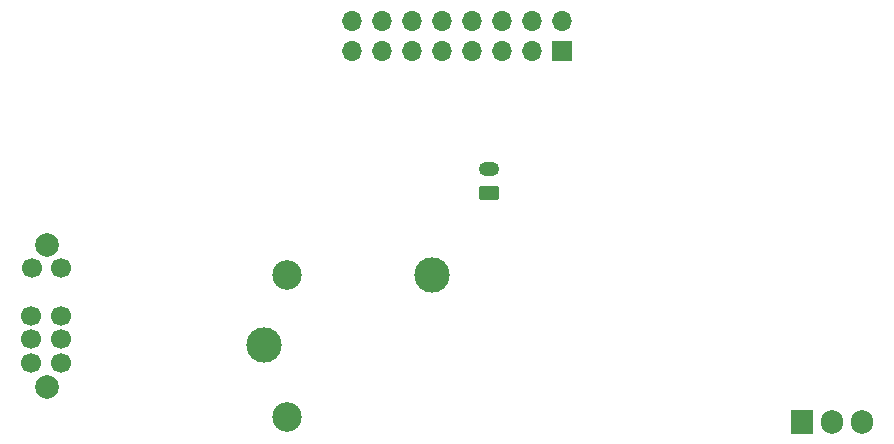
<source format=gbr>
%TF.GenerationSoftware,KiCad,Pcbnew,8.0.1*%
%TF.CreationDate,2024-03-24T23:16:53+02:00*%
%TF.ProjectId,KiCad,4b694361-642e-46b6-9963-61645f706362,rev?*%
%TF.SameCoordinates,Original*%
%TF.FileFunction,Soldermask,Bot*%
%TF.FilePolarity,Negative*%
%FSLAX46Y46*%
G04 Gerber Fmt 4.6, Leading zero omitted, Abs format (unit mm)*
G04 Created by KiCad (PCBNEW 8.0.1) date 2024-03-24 23:16:53*
%MOMM*%
%LPD*%
G01*
G04 APERTURE LIST*
G04 Aperture macros list*
%AMRoundRect*
0 Rectangle with rounded corners*
0 $1 Rounding radius*
0 $2 $3 $4 $5 $6 $7 $8 $9 X,Y pos of 4 corners*
0 Add a 4 corners polygon primitive as box body*
4,1,4,$2,$3,$4,$5,$6,$7,$8,$9,$2,$3,0*
0 Add four circle primitives for the rounded corners*
1,1,$1+$1,$2,$3*
1,1,$1+$1,$4,$5*
1,1,$1+$1,$6,$7*
1,1,$1+$1,$8,$9*
0 Add four rect primitives between the rounded corners*
20,1,$1+$1,$2,$3,$4,$5,0*
20,1,$1+$1,$4,$5,$6,$7,0*
20,1,$1+$1,$6,$7,$8,$9,0*
20,1,$1+$1,$8,$9,$2,$3,0*%
G04 Aperture macros list end*
%ADD10RoundRect,0.250000X0.625000X-0.350000X0.625000X0.350000X-0.625000X0.350000X-0.625000X-0.350000X0*%
%ADD11O,1.750000X1.200000*%
%ADD12R,1.905000X2.000000*%
%ADD13O,1.905000X2.000000*%
%ADD14C,3.000000*%
%ADD15C,2.500000*%
%ADD16R,1.700000X1.700000*%
%ADD17O,1.700000X1.700000*%
%ADD18C,1.700000*%
%ADD19C,2.000000*%
G04 APERTURE END LIST*
D10*
%TO.C,B1*%
X148629200Y-89366600D03*
D11*
X148629200Y-87366600D03*
%TD*%
D12*
%TO.C,Q1*%
X175133000Y-108712000D03*
D13*
X177673000Y-108712000D03*
X180213000Y-108712000D03*
%TD*%
D14*
%TO.C,K1*%
X129589400Y-102266000D03*
D15*
X131539400Y-108316000D03*
D14*
X143789400Y-96266000D03*
D15*
X131539400Y-96316000D03*
%TD*%
D16*
%TO.C,J1*%
X154813000Y-77292200D03*
D17*
X154813000Y-74752200D03*
X152273000Y-77292200D03*
X152273000Y-74752200D03*
X149733000Y-77292200D03*
X149733000Y-74752200D03*
X147193000Y-77292200D03*
X147193000Y-74752200D03*
X144653000Y-77292200D03*
X144653000Y-74752200D03*
X142113000Y-77292200D03*
X142113000Y-74752200D03*
X139573000Y-77292200D03*
X139573000Y-74752200D03*
X137033000Y-77292200D03*
X137033000Y-74752200D03*
%TD*%
D18*
%TO.C,SW1*%
X112401200Y-103740200D03*
X112401200Y-101740200D03*
X112451200Y-99740200D03*
X112451200Y-95740200D03*
X109901200Y-103740200D03*
X109901200Y-101740200D03*
X109901200Y-99740200D03*
X109951200Y-95740200D03*
D19*
X111201200Y-105740200D03*
X111201200Y-93740200D03*
%TD*%
M02*

</source>
